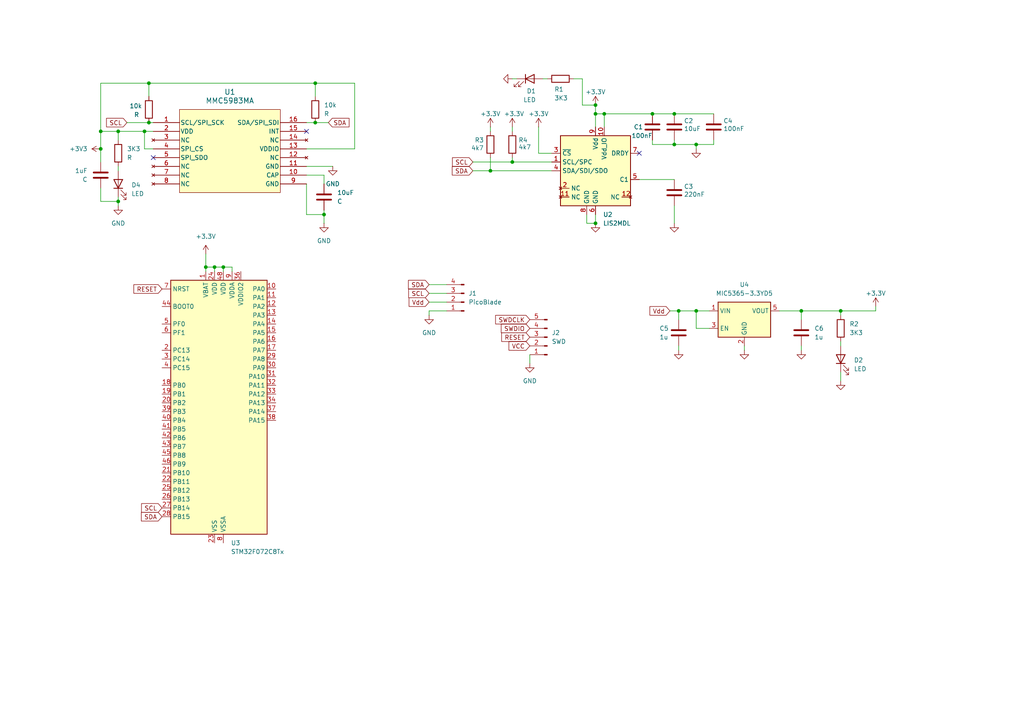
<source format=kicad_sch>
(kicad_sch (version 20231120) (generator "eeschema") (generator_version "8.0")
  (paper "A4")
  (lib_symbols
    (symbol "00_Symbol_Library:MMC5983MA" (pin_names (offset 0.254))
      (property "Reference" "U" (at 48.514 8.128 0))
      (property "Value" "MMC5983MA" (at 48.514 5.588 0))
      (symbol "MMC5983MA_0_1"
        (pin input line (at 26.67 0 0) (length 7.62) (name "SCL/SPI_SCK") (number "1"))
        (pin power_in line (at 71.12 -15.24 180) (length 7.62) (name "CAP") (number "10"))
        (pin power_out line (at 71.12 -12.7 180) (length 7.62) (name "GND") (number "11"))
        (pin no_connect line (at 71.12 -10.16 180) (length 7.62) (name "NC") (number "12"))
        (pin power_in line (at 71.12 -7.62 180) (length 7.62) (name "VDDIO") (number "13"))
        (pin no_connect line (at 71.12 -5.08 180) (length 7.62) (name "NC") (number "14"))
        (pin output line (at 71.12 -2.54 180) (length 7.62) (name "INT") (number "15"))
        (pin bidirectional line (at 71.12 0 180) (length 7.62) (name "SDA/SPI_SDI") (number "16"))
        (pin power_in line (at 26.67 -2.54 0) (length 7.62) (name "VDD") (number "2"))
        (pin no_connect line (at 26.67 -5.08 0) (length 7.62) (name "NC") (number "3"))
        (pin input line (at 26.67 -7.62 0) (length 7.62) (name "SPI_CS") (number "4"))
        (pin output line (at 26.67 -10.16 0) (length 7.62) (name "SPI_SDO") (number "5"))
        (pin no_connect line (at 26.67 -12.7 0) (length 7.62) (name "NC") (number "6"))
        (pin no_connect line (at 26.67 -15.24 0) (length 7.62) (name "NC") (number "7"))
        (pin no_connect line (at 26.67 -17.78 0) (length 7.62) (name "NC") (number "8"))
        (pin power_out line (at 71.12 -17.78 180) (length 7.62) (name "GND") (number "9"))
      )
      (symbol "MMC5983MA_1_1"
        (rectangle (start 34.29 3.81) (end 63.5 -20.32) (fill (type background)))
      )
    )
    (symbol "Connector:Conn_01x04_Pin" (pin_names (offset 1.016) hide)
      (property "Reference" "J" (at 0 5.08 0))
      (property "Value" "Conn_01x04_Pin" (at 0 -7.62 0))
      (symbol "Conn_01x04_Pin_1_1"
        (polyline (pts (xy 1.27 -5.08) (xy 0.8636 -5.08)) (stroke (width 0.1524)))
        (polyline (pts (xy 1.27 -2.54) (xy 0.8636 -2.54)) (stroke (width 0.1524)))
        (polyline (pts (xy 1.27 0) (xy 0.8636 0)) (stroke (width 0.1524)))
        (polyline (pts (xy 1.27 2.54) (xy 0.8636 2.54)) (stroke (width 0.1524)))
        (rectangle (start 0.8636 -4.953) (end 0 -5.207) (stroke (width 0.1524)) (fill (type outline)))
        (rectangle (start 0.8636 -2.413) (end 0 -2.667) (stroke (width 0.1524)) (fill (type outline)))
        (rectangle (start 0.8636 0.127) (end 0 -0.127) (stroke (width 0.1524)) (fill (type outline)))
        (rectangle (start 0.8636 2.667) (end 0 2.413) (stroke (width 0.1524)) (fill (type outline)))
        (pin passive line (at 5.08 2.54 180) (length 3.81) (name "Pin_1") (number "1"))
        (pin passive line (at 5.08 0 180) (length 3.81) (name "Pin_2") (number "2"))
        (pin passive line (at 5.08 -2.54 180) (length 3.81) (name "Pin_3") (number "3"))
        (pin passive line (at 5.08 -5.08 180) (length 3.81) (name "Pin_4") (number "4"))
      )
    )
    (symbol "Connector:Conn_01x05_Pin" (pin_names (offset 1.016) hide)
      (property "Reference" "J" (at 0 7.62 0))
      (property "Value" "Conn_01x05_Pin" (at 0 -7.62 0))
      (symbol "Conn_01x05_Pin_1_1"
        (polyline (pts (xy 1.27 -5.08) (xy 0.8636 -5.08)) (stroke (width 0.1524)))
        (polyline (pts (xy 1.27 -2.54) (xy 0.8636 -2.54)) (stroke (width 0.1524)))
        (polyline (pts (xy 1.27 0) (xy 0.8636 0)) (stroke (width 0.1524)))
        (polyline (pts (xy 1.27 2.54) (xy 0.8636 2.54)) (stroke (width 0.1524)))
        (polyline (pts (xy 1.27 5.08) (xy 0.8636 5.08)) (stroke (width 0.1524)))
        (rectangle (start 0.8636 -4.953) (end 0 -5.207) (stroke (width 0.1524)) (fill (type outline)))
        (rectangle (start 0.8636 -2.413) (end 0 -2.667) (stroke (width 0.1524)) (fill (type outline)))
        (rectangle (start 0.8636 0.127) (end 0 -0.127) (stroke (width 0.1524)) (fill (type outline)))
        (rectangle (start 0.8636 2.667) (end 0 2.413) (stroke (width 0.1524)) (fill (type outline)))
        (rectangle (start 0.8636 5.207) (end 0 4.953) (stroke (width 0.1524)) (fill (type outline)))
        (pin passive line (at 5.08 5.08 180) (length 3.81) (name "Pin_1") (number "1"))
        (pin passive line (at 5.08 2.54 180) (length 3.81) (name "Pin_2") (number "2"))
        (pin passive line (at 5.08 0 180) (length 3.81) (name "Pin_3") (number "3"))
        (pin passive line (at 5.08 -2.54 180) (length 3.81) (name "Pin_4") (number "4"))
        (pin passive line (at 5.08 -5.08 180) (length 3.81) (name "Pin_5") (number "5"))
      )
    )
    (symbol "Device:C" (pin_numbers hide) (pin_names (offset 0.254))
      (property "Reference" "C" (at 0.635 2.54 0))
      (property "Value" "C" (at 0.635 -2.54 0))
      (symbol "C_0_1"
        (polyline (pts (xy -2.032 -0.762) (xy 2.032 -0.762)) (stroke (width 0.508)))
        (polyline (pts (xy -2.032 0.762) (xy 2.032 0.762)) (stroke (width 0.508)))
      )
      (symbol "C_1_1"
        (pin passive line (at 0 3.81 270) (length 2.794) (name "~") (number "1"))
        (pin passive line (at 0 -3.81 90) (length 2.794) (name "~") (number "2"))
      )
    )
    (symbol "Device:LED" (pin_numbers hide) (pin_names (offset 1.016) hide)
      (property "Reference" "D" (at 0 2.54 0))
      (property "Value" "LED" (at 0 -2.54 0))
      (symbol "LED_0_1"
        (polyline (pts (xy -1.27 -1.27) (xy -1.27 1.27)) (stroke (width 0.254)))
        (polyline (pts (xy -1.27 0) (xy 1.27 0)))
        (polyline (pts (xy 1.27 -1.27) (xy 1.27 1.27) (xy -1.27 0) (xy 1.27 -1.27)) (stroke (width 0.254)))
        (polyline (pts (xy -3.048 -0.762) (xy -4.572 -2.286) (xy -3.81 -2.286) (xy -4.572 -2.286) (xy -4.572 -1.524)))
        (polyline (pts (xy -1.778 -0.762) (xy -3.302 -2.286) (xy -2.54 -2.286) (xy -3.302 -2.286) (xy -3.302 -1.524)))
      )
      (symbol "LED_1_1"
        (pin passive line (at -3.81 0 0) (length 2.54) (name "K") (number "1"))
        (pin passive line (at 3.81 0 180) (length 2.54) (name "A") (number "2"))
      )
    )
    (symbol "Device:R" (pin_numbers hide) (pin_names (offset 0))
      (property "Reference" "R" (at 2.032 0 90))
      (property "Value" "R" (at 0 0 90))
      (symbol "R_0_1"
        (rectangle (start -1.016 -2.54) (end 1.016 2.54) (stroke (width 0.254)))
      )
      (symbol "R_1_1"
        (pin passive line (at 0 3.81 270) (length 1.27) (name "~") (number "1"))
        (pin passive line (at 0 -3.81 90) (length 1.27) (name "~") (number "2"))
      )
    )
    (symbol "ILSMDCTR mag:LIS2MDL"
      (property "Reference" "U3" (at 2.1941 -12.7 0))
      (property "Value" "LIS2MDL" (at 2.1941 -15.24 0))
      (symbol "LIS2MDL_0_1"
        (rectangle (start -10.16 10.16) (end 10.16 -10.16) (stroke (width 0.254)) (fill (type background)))
      )
      (symbol "LIS2MDL_1_1"
        (pin input line (at -12.7 2.54 0) (length 2.54) (name "SCL/SPC") (number "1"))
        (pin power_in line (at 2.54 12.7 270) (length 2.54) (name "Vdd_IO") (number "10"))
        (pin no_connect line (at -10.16 -7.62 0) (length 2.54) (name "NC") (number "11"))
        (pin no_connect line (at 10.16 -7.62 180) (length 2.54) (name "NC") (number "12"))
        (pin no_connect line (at -10.16 -5.08 0) (length 2.54) (name "NC") (number "2"))
        (pin input line (at -12.7 5.08 0) (length 2.54) (name "~{CS}") (number "3"))
        (pin bidirectional line (at -12.7 0 0) (length 2.54) (name "SDA/SDI/SDO") (number "4"))
        (pin power_out line (at 12.7 -2.54 180) (length 2.54) (name "C1") (number "5"))
        (pin power_in line (at 0 -12.7 90) (length 2.54) (name "GND") (number "6"))
        (pin output line (at 12.7 5.08 180) (length 2.54) (name "DRDY") (number "7"))
        (pin passive line (at -2.54 -12.7 90) (length 2.54) (name "GND") (number "8"))
        (pin power_in line (at 0 12.7 270) (length 2.54) (name "Vdd") (number "9"))
      )
    )
    (symbol "MCU_ST_STM32F0:STM32F072C8Tx"
      (property "Reference" "U" (at -12.7 39.37 0))
      (property "Value" "STM32F072C8Tx" (at 10.16 39.37 0))
      (symbol "STM32F072C8Tx_0_1"
        (rectangle (start -12.7 -35.56) (end 15.24 38.1) (stroke (width 0.254)) (fill (type background)))
      )
      (symbol "STM32F072C8Tx_1_1"
        (pin power_in line (at -2.54 40.64 270) (length 2.54) (name "VBAT") (number "1"))
        (pin bidirectional line (at 17.78 35.56 180) (length 2.54) (name "PA0") (number "10"))
        (pin bidirectional line (at 17.78 33.02 180) (length 2.54) (name "PA1") (number "11"))
        (pin bidirectional line (at 17.78 30.48 180) (length 2.54) (name "PA2") (number "12"))
        (pin bidirectional line (at 17.78 27.94 180) (length 2.54) (name "PA3") (number "13"))
        (pin bidirectional line (at 17.78 25.4 180) (length 2.54) (name "PA4") (number "14"))
        (pin bidirectional line (at 17.78 22.86 180) (length 2.54) (name "PA5") (number "15"))
        (pin bidirectional line (at 17.78 20.32 180) (length 2.54) (name "PA6") (number "16"))
        (pin bidirectional line (at 17.78 17.78 180) (length 2.54) (name "PA7") (number "17"))
        (pin bidirectional line (at -15.24 7.62 0) (length 2.54) (name "PB0") (number "18"))
        (pin bidirectional line (at -15.24 5.08 0) (length 2.54) (name "PB1") (number "19"))
        (pin bidirectional line (at -15.24 17.78 0) (length 2.54) (name "PC13") (number "2"))
        (pin bidirectional line (at -15.24 2.54 0) (length 2.54) (name "PB2") (number "20"))
        (pin bidirectional line (at -15.24 -17.78 0) (length 2.54) (name "PB10") (number "21"))
        (pin bidirectional line (at -15.24 -20.32 0) (length 2.54) (name "PB11") (number "22"))
        (pin power_in line (at 0 -38.1 90) (length 2.54) (name "VSS") (number "23"))
        (pin power_in line (at 0 40.64 270) (length 2.54) (name "VDD") (number "24"))
        (pin bidirectional line (at -15.24 -22.86 0) (length 2.54) (name "PB12") (number "25"))
        (pin bidirectional line (at -15.24 -25.4 0) (length 2.54) (name "PB13") (number "26"))
        (pin bidirectional line (at -15.24 -27.94 0) (length 2.54) (name "PB14") (number "27"))
        (pin bidirectional line (at -15.24 -30.48 0) (length 2.54) (name "PB15") (number "28"))
        (pin bidirectional line (at 17.78 15.24 180) (length 2.54) (name "PA8") (number "29"))
        (pin bidirectional line (at -15.24 15.24 0) (length 2.54) (name "PC14") (number "3"))
        (pin bidirectional line (at 17.78 12.7 180) (length 2.54) (name "PA9") (number "30"))
        (pin bidirectional line (at 17.78 10.16 180) (length 2.54) (name "PA10") (number "31"))
        (pin bidirectional line (at 17.78 7.62 180) (length 2.54) (name "PA11") (number "32"))
        (pin bidirectional line (at 17.78 5.08 180) (length 2.54) (name "PA12") (number "33"))
        (pin bidirectional line (at 17.78 2.54 180) (length 2.54) (name "PA13") (number "34"))
        (pin passive line (at 0 -38.1 90) (length 2.54) hide (name "VSS") (number "35"))
        (pin power_in line (at 7.62 40.64 270) (length 2.54) (name "VDDIO2") (number "36"))
        (pin bidirectional line (at 17.78 0 180) (length 2.54) (name "PA14") (number "37"))
        (pin bidirectional line (at 17.78 -2.54 180) (length 2.54) (name "PA15") (number "38"))
        (pin bidirectional line (at -15.24 0 0) (length 2.54) (name "PB3") (number "39"))
        (pin bidirectional line (at -15.24 12.7 0) (length 2.54) (name "PC15") (number "4"))
        (pin bidirectional line (at -15.24 -2.54 0) (length 2.54) (name "PB4") (number "40"))
        (pin bidirectional line (at -15.24 -5.08 0) (length 2.54) (name "PB5") (number "41"))
        (pin bidirectional line (at -15.24 -7.62 0) (length 2.54) (name "PB6") (number "42"))
        (pin bidirectional line (at -15.24 -10.16 0) (length 2.54) (name "PB7") (number "43"))
        (pin input line (at -15.24 30.48 0) (length 2.54) (name "BOOT0") (number "44"))
        (pin bidirectional line (at -15.24 -12.7 0) (length 2.54) (name "PB8") (number "45"))
        (pin bidirectional line (at -15.24 -15.24 0) (length 2.54) (name "PB9") (number "46"))
        (pin passive line (at 0 -38.1 90) (length 2.54) hide (name "VSS") (number "47"))
        (pin power_in line (at 2.54 40.64 270) (length 2.54) (name "VDD") (number "48"))
        (pin bidirectional line (at -15.24 25.4 0) (length 2.54) (name "PF0") (number "5"))
        (pin bidirectional line (at -15.24 22.86 0) (length 2.54) (name "PF1") (number "6"))
        (pin input line (at -15.24 35.56 0) (length 2.54) (name "NRST") (number "7"))
        (pin power_in line (at 2.54 -38.1 90) (length 2.54) (name "VSSA") (number "8"))
        (pin power_in line (at 5.08 40.64 270) (length 2.54) (name "VDDA") (number "9"))
      )
    )
    (symbol "Regulator_Linear:MIC5365-3.3YD5"
      (property "Reference" "U" (at -7.62 6.35 0))
      (property "Value" "MIC5365-3.3YD5" (at 0 6.35 0))
      (symbol "MIC5365-3.3YD5_0_1"
        (rectangle (start -7.62 -5.08) (end 7.62 5.08) (stroke (width 0.254)) (fill (type background)))
      )
      (symbol "MIC5365-3.3YD5_1_1"
        (pin power_in line (at -10.16 2.54 0) (length 2.54) (name "VIN") (number "1"))
        (pin power_in line (at 0 -7.62 90) (length 2.54) (name "GND") (number "2"))
        (pin input line (at -10.16 -2.54 0) (length 2.54) (name "EN") (number "3"))
        (pin no_connect line (at 7.62 -2.54 180) (length 2.54) hide (name "NC") (number "4"))
        (pin power_out line (at 10.16 2.54 180) (length 2.54) (name "VOUT") (number "5"))
      )
    )
    (symbol "power:+3.3V" (power) (pin_numbers hide) (pin_names (offset 0) hide)
      (property "Value" "+3.3V" (at 0 3.556 0))
      (symbol "+3.3V_0_1"
        (polyline (pts (xy -0.762 1.27) (xy 0 2.54)))
        (polyline (pts (xy 0 0) (xy 0 2.54)))
        (polyline (pts (xy 0 2.54) (xy 0.762 1.27)))
      )
      (symbol "+3.3V_1_1"
        (pin power_in line (at 0 0 90) (length 0) (name "~") (number "1"))
      )
    )
    (symbol "power:+3V3" (power) (pin_numbers hide) (pin_names (offset 0) hide)
      (property "Value" "+3V3" (at 0 3.556 0))
      (symbol "+3V3_0_1"
        (polyline (pts (xy -0.762 1.27) (xy 0 2.54)))
        (polyline (pts (xy 0 0) (xy 0 2.54)))
        (polyline (pts (xy 0 2.54) (xy 0.762 1.27)))
      )
      (symbol "+3V3_1_1"
        (pin power_in line (at 0 0 90) (length 0) (name "~") (number "1"))
      )
    )
    (symbol "power:GND" (power) (pin_numbers hide) (pin_names (offset 0) hide)
      (property "Value" "GND" (at 0 -3.81 0))
      (symbol "GND_0_1"
        (polyline (pts (xy 0 0) (xy 0 -1.27) (xy 1.27 -1.27) (xy 0 -2.54) (xy -1.27 -1.27) (xy 0 -1.27)))
      )
      (symbol "GND_1_1"
        (pin power_in line (at 0 0 270) (length 0) (name "~") (number "1"))
      )
    )
  )
  (junction (at 195.58 33.02))
  (junction (at 29.21 38.1))
  (junction (at 232.41 90.17))
  (junction (at 29.21 43.18))
  (junction (at 189.23 33.02))
  (junction (at 148.59 46.99))
  (junction (at 43.18 35.56))
  (junction (at 64.77 77.47))
  (junction (at 93.98 62.23))
  (junction (at 201.93 90.17))
  (junction (at 195.58 41.91))
  (junction (at 59.69 77.47))
  (junction (at 41.91 38.1))
  (junction (at 142.24 49.53))
  (junction (at 243.84 90.17))
  (junction (at 91.44 24.13))
  (junction (at 172.72 33.02))
  (junction (at 34.29 38.1))
  (junction (at 43.18 24.13))
  (junction (at 34.29 58.42))
  (junction (at 201.93 41.91))
  (junction (at 91.44 35.56))
  (junction (at 172.72 30.48))
  (junction (at 175.26 33.02))
  (junction (at 196.85 90.17))
  (junction (at 62.23 77.47))
  (junction (at 172.72 64.77))
  (no_connect (at 44.45 45.72))
  (no_connect (at 185.42 44.45))
  (no_connect (at 88.9 38.1))
  (wire (pts (xy 142.24 49.53) (xy 160.02 49.53)))
  (wire (pts (xy 64.77 77.47) (xy 67.31 77.47)))
  (wire (pts (xy 34.29 57.15) (xy 34.29 58.42)))
  (wire (pts (xy 124.46 82.55) (xy 129.54 82.55)))
  (wire (pts (xy 205.74 95.25) (xy 201.93 95.25)))
  (wire (pts (xy 59.69 77.47) (xy 59.69 78.74)))
  (wire (pts (xy 102.87 24.13) (xy 102.87 43.18)))
  (wire (pts (xy 88.9 48.26) (xy 96.52 48.26)))
  (wire (pts (xy 195.58 41.91) (xy 195.58 40.64)))
  (wire (pts (xy 170.18 62.23) (xy 170.18 64.77)))
  (wire (pts (xy 93.98 64.77) (xy 93.98 62.23)))
  (wire (pts (xy 124.46 90.17) (xy 124.46 91.44)))
  (wire (pts (xy 29.21 43.18) (xy 29.21 46.99)))
  (wire (pts (xy 91.44 35.56) (xy 95.25 35.56)))
  (wire (pts (xy 157.48 22.86) (xy 158.75 22.86)))
  (wire (pts (xy 148.59 22.86) (xy 149.86 22.86)))
  (wire (pts (xy 153.67 102.87) (xy 153.67 105.41)))
  (wire (pts (xy 207.01 41.91) (xy 207.01 40.64)))
  (wire (pts (xy 29.21 38.1) (xy 29.21 43.18)))
  (wire (pts (xy 195.58 33.02) (xy 207.01 33.02)))
  (wire (pts (xy 168.91 22.86) (xy 168.91 30.48)))
  (wire (pts (xy 41.91 43.18) (xy 44.45 43.18)))
  (wire (pts (xy 43.18 35.56) (xy 44.45 35.56)))
  (wire (pts (xy 254 88.9) (xy 254 90.17)))
  (wire (pts (xy 137.16 46.99) (xy 148.59 46.99)))
  (wire (pts (xy 148.59 46.99) (xy 160.02 46.99)))
  (wire (pts (xy 29.21 54.61) (xy 29.21 58.42)))
  (wire (pts (xy 34.29 58.42) (xy 34.29 59.69)))
  (wire (pts (xy 91.44 24.13) (xy 91.44 27.94)))
  (wire (pts (xy 215.9 100.33) (xy 215.9 101.6)))
  (wire (pts (xy 172.72 62.23) (xy 172.72 64.77)))
  (wire (pts (xy 29.21 24.13) (xy 43.18 24.13)))
  (wire (pts (xy 201.93 41.91) (xy 207.01 41.91)))
  (wire (pts (xy 59.69 77.47) (xy 62.23 77.47)))
  (wire (pts (xy 168.91 30.48) (xy 172.72 30.48)))
  (wire (pts (xy 243.84 107.95) (xy 243.84 110.49)))
  (wire (pts (xy 43.18 24.13) (xy 91.44 24.13)))
  (wire (pts (xy 124.46 85.09) (xy 129.54 85.09)))
  (wire (pts (xy 185.42 52.07) (xy 195.58 52.07)))
  (wire (pts (xy 156.21 36.83) (xy 156.21 44.45)))
  (wire (pts (xy 41.91 38.1) (xy 44.45 38.1)))
  (wire (pts (xy 201.93 43.18) (xy 201.93 41.91)))
  (wire (pts (xy 194.31 90.17) (xy 196.85 90.17)))
  (wire (pts (xy 175.26 33.02) (xy 175.26 36.83)))
  (wire (pts (xy 34.29 40.64) (xy 34.29 38.1)))
  (wire (pts (xy 189.23 41.91) (xy 195.58 41.91)))
  (wire (pts (xy 172.72 33.02) (xy 172.72 36.83)))
  (wire (pts (xy 142.24 36.83) (xy 142.24 38.1)))
  (wire (pts (xy 29.21 58.42) (xy 34.29 58.42)))
  (wire (pts (xy 88.9 53.34) (xy 88.9 62.23)))
  (wire (pts (xy 36.83 35.56) (xy 43.18 35.56)))
  (wire (pts (xy 189.23 33.02) (xy 195.58 33.02)))
  (wire (pts (xy 254 90.17) (xy 243.84 90.17)))
  (wire (pts (xy 166.37 22.86) (xy 168.91 22.86)))
  (wire (pts (xy 64.77 77.47) (xy 64.77 78.74)))
  (wire (pts (xy 243.84 99.06) (xy 243.84 100.33)))
  (wire (pts (xy 124.46 87.63) (xy 129.54 87.63)))
  (wire (pts (xy 195.58 64.77) (xy 195.58 59.69)))
  (wire (pts (xy 148.59 45.72) (xy 148.59 46.99)))
  (wire (pts (xy 91.44 24.13) (xy 102.87 24.13)))
  (wire (pts (xy 67.31 77.47) (xy 67.31 78.74)))
  (wire (pts (xy 59.69 73.66) (xy 59.69 77.47)))
  (wire (pts (xy 170.18 64.77) (xy 172.72 64.77)))
  (wire (pts (xy 62.23 77.47) (xy 64.77 77.47)))
  (wire (pts (xy 196.85 90.17) (xy 196.85 92.71)))
  (wire (pts (xy 243.84 91.44) (xy 243.84 90.17)))
  (wire (pts (xy 29.21 24.13) (xy 29.21 38.1)))
  (wire (pts (xy 195.58 41.91) (xy 201.93 41.91)))
  (wire (pts (xy 88.9 43.18) (xy 102.87 43.18)))
  (wire (pts (xy 88.9 50.8) (xy 93.98 50.8)))
  (wire (pts (xy 226.06 90.17) (xy 232.41 90.17)))
  (wire (pts (xy 172.72 30.48) (xy 172.72 33.02)))
  (wire (pts (xy 34.29 48.26) (xy 34.29 49.53)))
  (wire (pts (xy 148.59 38.1) (xy 148.59 36.83)))
  (wire (pts (xy 29.21 38.1) (xy 34.29 38.1)))
  (wire (pts (xy 88.9 62.23) (xy 93.98 62.23)))
  (wire (pts (xy 129.54 90.17) (xy 124.46 90.17)))
  (wire (pts (xy 232.41 100.33) (xy 232.41 101.6)))
  (wire (pts (xy 196.85 100.33) (xy 196.85 101.6)))
  (wire (pts (xy 93.98 62.23) (xy 93.98 60.96)))
  (wire (pts (xy 43.18 24.13) (xy 43.18 27.94)))
  (wire (pts (xy 175.26 33.02) (xy 189.23 33.02)))
  (wire (pts (xy 232.41 90.17) (xy 232.41 92.71)))
  (wire (pts (xy 189.23 40.64) (xy 189.23 41.91)))
  (wire (pts (xy 243.84 90.17) (xy 232.41 90.17)))
  (wire (pts (xy 34.29 38.1) (xy 41.91 38.1)))
  (wire (pts (xy 142.24 45.72) (xy 142.24 49.53)))
  (wire (pts (xy 88.9 35.56) (xy 91.44 35.56)))
  (wire (pts (xy 156.21 44.45) (xy 160.02 44.45)))
  (wire (pts (xy 196.85 90.17) (xy 201.93 90.17)))
  (wire (pts (xy 62.23 77.47) (xy 62.23 78.74)))
  (wire (pts (xy 201.93 90.17) (xy 205.74 90.17)))
  (wire (pts (xy 41.91 38.1) (xy 41.91 43.18)))
  (wire (pts (xy 201.93 90.17) (xy 201.93 95.25)))
  (wire (pts (xy 93.98 50.8) (xy 93.98 53.34)))
  (wire (pts (xy 137.16 49.53) (xy 142.24 49.53)))
  (wire (pts (xy 172.72 33.02) (xy 175.26 33.02)))
  (global_label "SCL" (shape input) (at 36.83 35.56 180) (property "Intersheetrefs" "${INTERSHEET_REFS}" (effects (hide yes))))
  (global_label "VCC" (shape input) (at 153.67 100.33 180) (property "Intersheetrefs" "${INTERSHEET_REFS}" (effects (hide yes))))
  (global_label "SDA" (shape input) (at 137.16 49.53 180) (property "Intersheetrefs" "${INTERSHEET_REFS}" (effects (hide yes))))
  (global_label "RESET" (shape input) (at 46.99 83.82 180) (property "Intersheetrefs" "${INTERSHEET_REFS}" (effects (hide yes))))
  (global_label "Vdd" (shape input) (at 124.46 87.63 180) (property "Intersheetrefs" "${INTERSHEET_REFS}" (effects (hide yes))))
  (global_label "SCL" (shape input) (at 46.99 147.32 180) (property "Intersheetrefs" "${INTERSHEET_REFS}" (effects (hide yes))))
  (global_label "RESET" (shape input) (at 153.67 97.79 180) (property "Intersheetrefs" "${INTERSHEET_REFS}" (effects (hide yes))))
  (global_label "SWDIO" (shape input) (at 153.67 95.25 180) (property "Intersheetrefs" "${INTERSHEET_REFS}" (effects (hide yes))))
  (global_label "SCL" (shape input) (at 137.16 46.99 180) (property "Intersheetrefs" "${INTERSHEET_REFS}" (effects (hide yes))))
  (global_label "SDA" (shape input) (at 95.25 35.56 0) (property "Intersheetrefs" "${INTERSHEET_REFS}" (effects (hide yes))))
  (global_label "SDA" (shape input) (at 46.99 149.86 180) (property "Intersheetrefs" "${INTERSHEET_REFS}" (effects (hide yes))))
  (global_label "Vdd" (shape input) (at 194.31 90.17 180) (property "Intersheetrefs" "${INTERSHEET_REFS}" (effects (hide yes))))
  (global_label "SWDCLK" (shape input) (at 153.67 92.71 180) (property "Intersheetrefs" "${INTERSHEET_REFS}" (effects (hide yes))))
  (global_label "SDA" (shape input) (at 124.46 82.55 180) (property "Intersheetrefs" "${INTERSHEET_REFS}" (effects (hide yes))))
  (global_label "SCL" (shape input) (at 124.46 85.09 180) (property "Intersheetrefs" "${INTERSHEET_REFS}" (effects (hide yes))))
  (symbol (lib_id "Device:C") (at 189.23 36.83 180) (unit 1)
    (property "Reference" "C1" (at 185.166 36.83 0))
    (property "Value" "100nF" (at 186.182 39.37 0))
    (property "Footprint" "Capacitor_SMD:C_0603_1608Metric_Pad1.08x0.95mm_HandSolder" (effects (hide yes)))
    (property "Description" "Unpolarized capacitor" (effects (hide yes)))
  )
  (symbol (lib_id "power:+3.3V") (at 148.59 36.83 0) (unit 1)
    (property "Reference" "#PWR06" (effects (hide yes)))
    (property "Value" "+3.3V" (at 149.098 33.02 0))
    (property "Description" "Power symbol creates a global label with name \"+3.3V\"" (effects (hide yes)))
  )
  (symbol (lib_id "power:GND") (at 148.59 22.86 270) (unit 1)
    (property "Reference" "#PWR03" (effects (hide yes)))
    (property "Value" "GND" (effects (hide yes)))
    (property "Description" "Power symbol creates a global label with name \"GND\" , ground" (effects (hide yes)))
  )
  (symbol (lib_id "MCU_ST_STM32F0:STM32F072C8Tx") (at 62.23 119.38 0) (unit 1)
    (property "Reference" "U3" (at 66.9641 157.48 0) (effects (justify left)))
    (property "Value" "STM32F072C8Tx" (at 66.9641 160.02 0) (effects (justify left)))
    (property "Footprint" "Package_QFP:LQFP-48_7x7mm_P0.5mm" (effects (hide yes)))
    (property "Datasheet" "https://www.st.com/resource/en/datasheet/stm32f072c8.pdf" (effects (hide yes)))
    (property "Description" "STMicroelectronics Arm Cortex-M0 MCU, 64KB flash, 16KB RAM, 48 MHz, 2.0-3.6V, 37 GPIO, LQFP48" (effects (hide yes)))
  )
  (symbol (lib_id "Device:R") (at 43.18 31.75 0) (unit 1)
    (property "Reference" "10k" (at 39.37 30.734 0))
    (property "Value" "R" (at 39.624 33.274 0))
    (property "Description" "Resistor" (effects (hide yes)))
  )
  (symbol (lib_id "Device:LED") (at 153.67 22.86 0) (unit 1)
    (property "Reference" "D1" (at 155.448 26.416 0) (effects (justify right)))
    (property "Value" "LED" (at 155.448 28.956 0) (effects (justify right)))
    (property "Footprint" "LED_SMD:LED_0603_1608Metric_Pad1.05x0.95mm_HandSolder" (effects (hide yes)))
    (property "Description" "Light emitting diode" (effects (hide yes)))
  )
  (symbol (lib_id "Device:C") (at 232.41 96.52 0) (unit 1)
    (property "Reference" "C6" (at 236.22 95.2499 0) (effects (justify left)))
    (property "Value" "1u" (at 236.22 97.7899 0) (effects (justify left)))
    (property "Footprint" "Capacitor_SMD:C_0603_1608Metric_Pad1.08x0.95mm_HandSolder" (effects (hide yes)))
    (property "Description" "Unpolarized capacitor" (effects (hide yes)))
  )
  (symbol (lib_id "Device:LED") (at 243.84 104.14 90) (unit 1)
    (property "Reference" "D2" (at 247.65 104.4574 90) (effects (justify right)))
    (property "Value" "LED" (at 247.65 106.9974 90) (effects (justify right)))
    (property "Footprint" "LED_SMD:LED_0603_1608Metric_Pad1.05x0.95mm_HandSolder" (effects (hide yes)))
    (property "Description" "Light emitting diode" (effects (hide yes)))
  )
  (symbol (lib_id "power:GND") (at 243.84 110.49 0) (unit 1)
    (property "Reference" "#PWR015" (effects (hide yes)))
    (property "Value" "GND" (effects (hide yes)))
    (property "Description" "Power symbol creates a global label with name \"GND\" , ground" (effects (hide yes)))
  )
  (symbol (lib_id "Device:R") (at 142.24 41.91 0) (unit 1)
    (property "Reference" "R3" (at 137.668 40.64 0) (effects (justify left)))
    (property "Value" "4k7" (at 136.652 42.926 0) (effects (justify left)))
    (property "Footprint" "Resistor_SMD:R_0603_1608Metric_Pad0.98x0.95mm_HandSolder" (effects (hide yes)))
    (property "Description" "Resistor" (effects (hide yes)))
  )
  (symbol (lib_id "power:+3.3V") (at 156.21 36.83 0) (unit 1)
    (property "Reference" "#PWR07" (effects (hide yes)))
    (property "Value" "+3.3V" (at 156.21 33.02 0))
    (property "Description" "Power symbol creates a global label with name \"+3.3V\"" (effects (hide yes)))
  )
  (symbol (lib_id "power:GND") (at 153.67 105.41 0) (unit 1)
    (property "Reference" "#PWR019" (effects (hide yes)))
    (property "Value" "GND" (at 153.67 110.49 0))
    (property "Description" "Power symbol creates a global label with name \"GND\" , ground" (effects (hide yes)))
  )
  (symbol (lib_id "power:GND") (at 232.41 101.6 0) (unit 1)
    (property "Reference" "#PWR013" (effects (hide yes)))
    (property "Value" "GND" (effects (hide yes)))
    (property "Description" "Power symbol creates a global label with name \"GND\" , ground" (effects (hide yes)))
  )
  (symbol (lib_id "Device:R") (at 148.59 41.91 0) (unit 1)
    (property "Reference" "R4" (at 150.368 40.64 0) (effects (justify left)))
    (property "Value" "4k7" (at 150.368 42.672 0) (effects (justify left)))
    (property "Footprint" "Resistor_SMD:R_0603_1608Metric_Pad0.98x0.95mm_HandSolder" (effects (hide yes)))
    (property "Description" "Resistor" (effects (hide yes)))
  )
  (symbol (lib_id "power:GND") (at 124.46 91.44 0) (unit 1)
    (property "Reference" "#PWR017" (effects (hide yes)))
    (property "Value" "GND" (at 124.46 96.52 0))
    (property "Description" "Power symbol creates a global label with name \"GND\" , ground" (effects (hide yes)))
  )
  (symbol (lib_id "Device:R") (at 243.84 95.25 0) (unit 1)
    (property "Reference" "R2" (at 246.38 93.9799 0) (effects (justify left)))
    (property "Value" "3K3" (at 246.38 96.5199 0) (effects (justify left)))
    (property "Footprint" "Resistor_SMD:R_0603_1608Metric_Pad0.98x0.95mm_HandSolder" (effects (hide yes)))
    (property "Description" "Resistor" (effects (hide yes)))
  )
  (symbol (lib_id "power:GND") (at 96.52 48.26 0) (unit 1)
    (property "Reference" "#PWR014" (effects (hide yes)))
    (property "Value" "GND" (at 96.52 53.34 0))
    (property "Description" "Power symbol creates a global label with name \"GND\" , ground" (effects (hide yes)))
  )
  (symbol (lib_id "Device:R") (at 162.56 22.86 270) (unit 1)
    (property "Reference" "R1" (at 160.782 25.908 90) (effects (justify left)))
    (property "Value" "3K3" (at 160.782 28.448 90) (effects (justify left)))
    (property "Footprint" "Resistor_SMD:R_0603_1608Metric_Pad0.98x0.95mm_HandSolder" (effects (hide yes)))
    (property "Description" "Resistor" (effects (hide yes)))
  )
  (symbol (lib_id "Device:LED") (at 34.29 53.34 90) (unit 1)
    (property "Reference" "D4" (at 38.1 53.6574 90) (effects (justify right)))
    (property "Value" "LED" (at 38.1 56.1974 90) (effects (justify right)))
    (property "Description" "Light emitting diode" (effects (hide yes)))
  )
  (symbol (lib_id "power:GND") (at 172.72 64.77 0) (unit 1)
    (property "Reference" "#PWR09" (effects (hide yes)))
    (property "Value" "GND" (effects (hide yes)))
    (property "Description" "Power symbol creates a global label with name \"GND\" , ground" (effects (hide yes)))
  )
  (symbol (lib_id "00_Symbol_Library:MMC5983MA") (at 17.78 35.56 0) (unit 1)
    (property "Reference" "U1" (at 66.675 26.67 0) (effects (font (size 1.524 1.524))))
    (property "Value" "MMC5983MA" (at 66.675 29.21 0) (effects (font (size 1.524 1.524))))
    (property "Footprint" "MMC5983MA_MEM" (effects (hide yes)))
    (property "Datasheet" "MMC5983MA" (effects (hide yes)))
  )
  (symbol (lib_id "power:GND") (at 195.58 64.77 0) (unit 1)
    (property "Reference" "#PWR010" (effects (hide yes)))
    (property "Value" "GND" (effects (hide yes)))
    (property "Description" "Power symbol creates a global label with name \"GND\" , ground" (effects (hide yes)))
  )
  (symbol (lib_id "power:GND") (at 215.9 101.6 0) (unit 1)
    (property "Reference" "#PWR04" (effects (hide yes)))
    (property "Value" "GND" (effects (hide yes)))
    (property "Description" "Power symbol creates a global label with name \"GND\" , ground" (effects (hide yes)))
  )
  (symbol (lib_id "power:GND") (at 201.93 43.18 0) (unit 1)
    (property "Reference" "#PWR011" (effects (hide yes)))
    (property "Value" "GND" (effects (hide yes)))
    (property "Description" "Power symbol creates a global label with name \"GND\" , ground" (effects (hide yes)))
  )
  (symbol (lib_id "Connector:Conn_01x05_Pin") (at 158.75 97.79 180) (unit 1)
    (property "Reference" "J2" (at 160.02 96.5199 0) (effects (justify right)))
    (property "Value" "SWD" (at 160.02 99.0599 0) (effects (justify right)))
    (property "Description" "Generic connector, single row, 01x05, script generated" (effects (hide yes)))
  )
  (symbol (lib_id "power:GND") (at 34.29 59.69 0) (unit 1)
    (property "Reference" "#PWR018" (effects (hide yes)))
    (property "Value" "GND" (at 34.29 64.77 0))
    (property "Description" "Power symbol creates a global label with name \"GND\" , ground" (effects (hide yes)))
  )
  (symbol (lib_id "Connector:Conn_01x04_Pin") (at 134.62 87.63 180) (unit 1)
    (property "Reference" "J1" (at 135.89 85.0899 0) (effects (justify right)))
    (property "Value" "PicoBlade" (at 135.89 87.6299 0) (effects (justify right)))
    (property "Footprint" "Connector_PinHeader_2.54mm:PinHeader_1x04_P2.54mm_Vertical" (effects (hide yes)))
    (property "Description" "Generic connector, single row, 01x04, script generated" (effects (hide yes)))
  )
  (symbol (lib_id "Device:C") (at 207.01 36.83 0) (unit 1)
    (property "Reference" "C4" (at 209.804 35.052 0) (effects (justify left)))
    (property "Value" "100nF" (at 209.804 37.338 0) (effects (justify left)))
    (property "Footprint" "Capacitor_SMD:C_0603_1608Metric_Pad1.08x0.95mm_HandSolder" (effects (hide yes)))
    (property "Description" "Unpolarized capacitor" (effects (hide yes)))
  )
  (symbol (lib_id "Device:C") (at 195.58 36.83 0) (unit 1)
    (property "Reference" "C2" (at 198.374 35.052 0) (effects (justify left)))
    (property "Value" "10uF" (at 198.374 37.338 0) (effects (justify left)))
    (property "Footprint" "Capacitor_SMD:C_1206_3216Metric_Pad1.33x1.80mm_HandSolder" (effects (hide yes)))
    (property "Description" "Unpolarized capacitor" (effects (hide yes)))
  )
  (symbol (lib_id "Device:C") (at 93.98 57.15 0) (unit 1)
    (property "Reference" "10uF" (at 97.79 55.8799 0) (effects (justify left)))
    (property "Value" "C" (at 97.79 58.4199 0) (effects (justify left)))
    (property "Description" "Unpolarized capacitor" (effects (hide yes)))
  )
  (symbol (lib_id "ILSMDCTR mag:LIS2MDL") (at 172.72 49.53 0) (unit 1)
    (property "Reference" "U2" (at 174.9141 62.23 0) (effects (justify left)))
    (property "Value" "LIS2MDL" (at 174.9141 64.77 0) (effects (justify left)))
    (property "Footprint" "Package_LGA:LGA-12_2x2mm_P0.5mm" (effects (hide yes)))
    (property "Datasheet" "https://www.st.com/resource/en/datasheet/lis2mdl.pdf" (effects (hide yes)))
    (property "Description" "Ultra-low-power, 3-axis digital output magnetometer, LGA-12" (effects (hide yes)))
  )
  (symbol (lib_id "power:GND") (at 93.98 64.77 0) (unit 1)
    (property "Reference" "#PWR012" (effects (hide yes)))
    (property "Value" "GND" (at 93.98 69.85 0))
    (property "Description" "Power symbol creates a global label with name \"GND\" , ground" (effects (hide yes)))
  )
  (symbol (lib_id "power:+3.3V") (at 172.72 30.48 0) (unit 1)
    (property "Reference" "#PWR08" (effects (hide yes)))
    (property "Value" "+3.3V" (at 172.72 26.67 0))
    (property "Description" "Power symbol creates a global label with name \"+3.3V\"" (effects (hide yes)))
  )
  (symbol (lib_id "power:+3.3V") (at 254 88.9 0) (unit 1)
    (property "Reference" "#PWR016" (effects (hide yes)))
    (property "Value" "+3.3V" (at 254 85.09 0))
    (property "Description" "Power symbol creates a global label with name \"+3.3V\"" (effects (hide yes)))
  )
  (symbol (lib_id "Device:R") (at 34.29 44.45 0) (unit 1)
    (property "Reference" "3K3" (at 36.83 43.1799 0) (effects (justify left)))
    (property "Value" "R" (at 36.83 45.7199 0) (effects (justify left)))
    (property "Description" "Resistor" (effects (hide yes)))
  )
  (symbol (lib_id "Device:C") (at 195.58 55.88 0) (unit 1)
    (property "Reference" "C3" (at 198.374 54.102 0) (effects (justify left)))
    (property "Value" "220nF" (at 198.374 56.388 0) (effects (justify left)))
    (property "Footprint" "Capacitor_SMD:C_0603_1608Metric_Pad1.08x0.95mm_HandSolder" (effects (hide yes)))
    (property "Description" "Unpolarized capacitor" (effects (hide yes)))
  )
  (symbol (lib_id "power:+3V3") (at 29.21 43.18 90) (unit 1)
    (property "Reference" "#PWR01" (effects (hide yes)))
    (property "Value" "+3V3" (at 25.4 43.1799 90) (effects (justify left)))
    (property "Description" "Power symbol creates a global label with name \"+3V3\"" (effects (hide yes)))
  )
  (symbol (lib_id "Device:C") (at 196.85 96.52 0) (unit 1)
    (property "Reference" "C5" (at 191.262 95.25 0) (effects (justify left)))
    (property "Value" "1u" (at 191.262 97.79 0) (effects (justify left)))
    (property "Footprint" "Capacitor_SMD:C_0603_1608Metric_Pad1.08x0.95mm_HandSolder" (effects (hide yes)))
    (property "Description" "Unpolarized capacitor" (effects (hide yes)))
  )
  (symbol (lib_id "Regulator_Linear:MIC5365-3.3YD5") (at 215.9 92.71 0) (unit 1)
    (property "Reference" "U4" (at 215.9 82.55 0))
    (property "Value" "MIC5365-3.3YD5" (at 215.9 85.09 0))
    (property "Footprint" "Package_TO_SOT_SMD:SOT-23-5" (effects (hide yes)))
    (property "Datasheet" "http://ww1.microchip.com/downloads/en/DeviceDoc/mic5365.pdf" (effects (hide yes)))
    (property "Description" "150mA Low-dropout Voltage Regulator, Vout 3.3V, Vin up to 5.5V, SOT-23-5" (effects (hide yes)))
  )
  (symbol (lib_id "Device:C") (at 29.21 50.8 0) (mirror y) (unit 1)
    (property "Reference" "1uF" (at 25.4 49.5299 0) (effects (justify left)))
    (property "Value" "C" (at 25.4 52.0699 0) (effects (justify left)))
    (property "Description" "Unpolarized capacitor" (effects (hide yes)))
  )
  (symbol (lib_id "power:GND") (at 196.85 101.6 0) (unit 1)
    (property "Reference" "#PWR02" (effects (hide yes)))
    (property "Value" "GND" (effects (hide yes)))
    (property "Description" "Power symbol creates a global label with name \"GND\" , ground" (effects (hide yes)))
  )
  (symbol (lib_id "power:+3.3V") (at 59.69 73.66 0) (unit 1)
    (property "Reference" "#PWR020" (effects (hide yes)))
    (property "Value" "+3.3V" (at 59.69 68.58 0))
    (property "Description" "Power symbol creates a global label with name \"+3.3V\"" (effects (hide yes)))
  )
  (symbol (lib_id "power:+3.3V") (at 142.24 36.83 0) (unit 1)
    (property "Reference" "#PWR05" (effects (hide yes)))
    (property "Value" "+3.3V" (at 142.24 33.02 0))
    (property "Description" "Power symbol creates a global label with name \"+3.3V\"" (effects (hide yes)))
  )
  (symbol (lib_id "Device:R") (at 91.44 31.75 180) (unit 1)
    (property "Reference" "10k" (at 93.98 30.4799 0) (effects (justify right)))
    (property "Value" "R" (at 93.98 33.0199 0) (effects (justify right)))
    (property "Description" "Resistor" (effects (hide yes)))
  )
)
</source>
